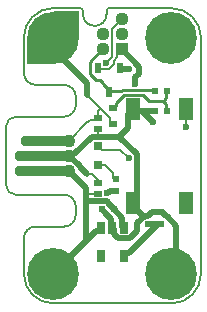
<source format=gtl>
G04*
G04 #@! TF.GenerationSoftware,Altium Limited,Altium Designer,22.4.2 (48)*
G04*
G04 Layer_Physical_Order=1*
G04 Layer_Color=255*
%FSAX26Y26*%
%MOIN*%
G70*
G04*
G04 #@! TF.SameCoordinates,7339E0FC-21CB-4CED-BD79-60AD5129B2FD*
G04*
G04*
G04 #@! TF.FilePolarity,Positive*
G04*
G01*
G75*
%ADD10C,0.005906*%
%ADD12C,0.007874*%
%ADD17R,0.023622X0.035433*%
%ADD19R,0.019685X0.021654*%
%ADD21R,0.019685X0.021654*%
%ADD22R,0.021654X0.019685*%
%ADD23R,0.021654X0.019685*%
%ADD24R,0.027559X0.039370*%
%ADD26R,0.051181X0.074803*%
G04:AMPARAMS|DCode=27|XSize=35.433mil|YSize=188.976mil|CornerRadius=13.819mil|HoleSize=0mil|Usage=FLASHONLY|Rotation=90.000|XOffset=0mil|YOffset=0mil|HoleType=Round|Shape=RoundedRectangle|*
%AMROUNDEDRECTD27*
21,1,0.035433,0.161339,0,0,90.0*
21,1,0.007795,0.188976,0,0,90.0*
1,1,0.027638,0.080669,0.003898*
1,1,0.027638,0.080669,-0.003898*
1,1,0.027638,-0.080669,-0.003898*
1,1,0.027638,-0.080669,0.003898*
%
%ADD27ROUNDEDRECTD27*%
G04:AMPARAMS|DCode=28|XSize=35.433mil|YSize=169.291mil|CornerRadius=13.819mil|HoleSize=0mil|Usage=FLASHONLY|Rotation=90.000|XOffset=0mil|YOffset=0mil|HoleType=Round|Shape=RoundedRectangle|*
%AMROUNDEDRECTD28*
21,1,0.035433,0.141654,0,0,90.0*
21,1,0.007795,0.169291,0,0,90.0*
1,1,0.027638,0.070827,0.003898*
1,1,0.027638,0.070827,-0.003898*
1,1,0.027638,-0.070827,-0.003898*
1,1,0.027638,-0.070827,0.003898*
%
%ADD28ROUNDEDRECTD28*%
%ADD39C,0.043307*%
%ADD44R,0.031496X0.023622*%
%ADD45R,0.027559X0.023622*%
%ADD46R,0.031496X0.031496*%
%ADD47C,0.019685*%
%ADD48C,0.009842*%
%ADD49C,0.173228*%
%ADD50R,0.043701X0.043701*%
%ADD51C,0.043701*%
%ADD52C,0.023622*%
G36*
X-00284070Y00307088D02*
X-00192910Y00307088D01*
X-00110233Y00389765D01*
X-00110233Y00480926D01*
X-00196238Y00480926D01*
X-00284070Y00393094D01*
X-00284070Y00307088D01*
X-00284070Y00307088D02*
G37*
D10*
X-00020669Y00308510D02*
X-00019934Y00308510D01*
X00000000Y00328444D01*
X00000000Y00422835D01*
X00029921Y00452756D01*
D12*
X-00295276Y-00393701D02*
G03*
X-00196850Y-00492126I00098425J00000000D01*
G01*
X-00196850Y-00492126D02*
X00196850Y-00492126D01*
X00196850Y-00492126D02*
G03*
X00295276Y-00393701I00000000J00098425D01*
G01*
X00295293Y-00393700D02*
X00295293Y00393701D01*
X00295276Y00393701D02*
G03*
X00196850Y00492126I-00098425J00000000D01*
G01*
X-00009843Y00492126D01*
X-00009843Y00492126D02*
G03*
X-00019685Y00482284I00000000J-00009842D01*
G01*
X-00019685Y00472442D01*
X-00098425Y00472441D02*
G03*
X-00019685Y00472441I00039370J00000000D01*
G01*
X00031496Y00354331D02*
X00016703Y00339538D01*
X00016703Y00328444D01*
X00004921Y00316661D01*
X00004921Y00304869D01*
X-00012108Y00287840D01*
X-00045714Y00287840D01*
X-00049213Y00291339D01*
X-00038690Y00156332D02*
X-00006682Y00124324D01*
X-00006682Y00113178D01*
X00001181Y00105315D01*
X-00049522Y00094179D02*
X-00049522Y00094179D01*
X-00049522Y00062992D01*
X-00047244Y00032480D02*
X-00046260Y00031496D01*
X-00037401Y00031496D01*
X-00037401Y00022638D01*
X-00035433Y00020669D01*
X00026575Y00020669D01*
X00055118Y-00007874D01*
X00055118Y-00008101D01*
X-00023425Y-00032480D02*
X00001181Y-00057087D01*
X00001181Y-00072835D01*
X00005940Y-00072835D01*
X00011845Y-00078740D01*
X-00049213Y-00080709D02*
X-00067717Y-00062205D01*
X-00083465Y-00062205D01*
X-00087402Y-00125010D02*
X-00086428Y-00125984D01*
X-00049213Y-00125984D01*
X00246063Y00094822D02*
X00246063Y00156496D01*
X-00038690Y00156332D02*
X-00083465Y00201107D01*
X-00122047Y00196850D02*
G03*
X-00161417Y00236220I-00039370J00000000D01*
G01*
X-00255906Y00236220D01*
X-00295276Y00275591D02*
G03*
X-00255906Y00236220I00039370J00000000D01*
G01*
X-00295276Y00274409D02*
X-00295276Y00393701D01*
X-00196850Y00492126D02*
G03*
X-00295276Y00393701I00000000J-00098425D01*
G01*
X-00122047Y00196850D02*
X-00122030Y00169291D01*
X-00161329Y00129921D02*
G03*
X-00121959Y00169291I00000000J00039370D01*
G01*
X-00161417Y00129921D02*
X-00322835Y00129921D01*
X-00322835Y00129921D02*
G03*
X-00354331Y00098425I00000000J-00031496D01*
G01*
X-00354332Y00098425D02*
X-00354332Y-00098425D01*
X-00354331Y-00098425D02*
G03*
X-00322835Y-00129921I00031496J00000000D01*
G01*
X-00322852Y-00129921D02*
X-00161417Y-00129921D01*
X-00122030Y-00169291D02*
G03*
X-00161400Y-00129921I-00039370J00000000D01*
G01*
X-00122030Y-00169291D02*
X-00122047Y-00196850D01*
X-00161417Y-00236220D02*
G03*
X-00122047Y-00196850I00000000J00039370D01*
G01*
X-00161417Y-00236220D02*
X-00255906Y-00236220D01*
X-00255906Y-00236220D02*
G03*
X-00295276Y-00275591I00000000J-00039370D01*
G01*
X-00295276Y-00274409D02*
X-00295276Y-00393701D01*
X-00047244Y-00032480D02*
X-00023425Y-00032480D01*
X-00047244Y00123031D02*
X-00047244Y00147778D01*
X-00040658Y00154364D01*
X-00047244Y00125984D02*
X-00047244Y00123031D01*
X-00049213Y00122047D02*
X-00052165Y00119094D01*
X-00075788Y00119094D01*
X-00082677Y00112205D01*
X-00083465Y00112205D01*
X-00145669Y00050000D01*
X-00196850Y00354331D02*
X-00196850Y00393701D01*
X-00196850Y00492127D02*
X-00108268Y00492126D01*
X-00098425Y00482284D02*
G03*
X-00108268Y00492126I-00009842J00000000D01*
G01*
X-00098425Y00482284D02*
X-00098425Y00472442D01*
D17*
X-00011811Y00212598D02*
D03*
X-00049213Y00291339D02*
D03*
X00025590Y00291339D02*
D03*
D19*
X00141767Y00217352D02*
D03*
X00181137Y00217352D02*
D03*
D21*
X-00035433Y-00177165D02*
D03*
X00003937Y-00177165D02*
D03*
X00181137Y00150423D02*
D03*
X00141767Y00150423D02*
D03*
D22*
X00011845Y-00118110D02*
D03*
X00011845Y-00078740D02*
D03*
D23*
X00163368Y-00226378D02*
D03*
X00163368Y-00187008D02*
D03*
D24*
X-00037401Y-00334646D02*
D03*
X00037402Y-00334646D02*
D03*
X00037402Y-00240157D02*
D03*
X00000000Y-00240157D02*
D03*
X-00037401Y-00240157D02*
D03*
D26*
X00068897Y-00156496D02*
D03*
X00246063Y-00156496D02*
D03*
X00246063Y00156496D02*
D03*
X00068897Y00156496D02*
D03*
D27*
X-00232284Y-00050000D02*
D03*
X-00232284Y00000000D02*
D03*
D28*
X-00222441Y00050000D02*
D03*
D39*
X-00145669Y-00050000D02*
D03*
X-00145669Y00000000D02*
D03*
X-00145669Y00050000D02*
D03*
D44*
X00001181Y00105315D02*
D03*
X00001181Y00160433D02*
D03*
D45*
X-00047244Y-00125984D02*
D03*
X-00047244Y-00090551D02*
D03*
X-00047244Y00090551D02*
D03*
X-00047244Y00125984D02*
D03*
D46*
X-00047244Y-00032480D02*
D03*
X-00047244Y00032480D02*
D03*
D47*
X-00196850Y-00393701D02*
X-00087402Y-00284252D01*
X-00087402Y-00151575D01*
X-00019475Y-00151575D01*
X-00009982Y-00161068D01*
X-00009982Y-00162262D01*
X00003937Y-00176181D01*
X00003937Y-00178150D01*
X00033465Y-00207677D01*
X00033465Y-00236220D01*
X00037402Y-00240157D01*
X00003937Y-00244095D02*
X-00003937Y-00236220D01*
X-00003937Y-00210840D01*
X-00020669Y-00194107D01*
X-00020669Y-00192913D01*
X-00035433Y-00178150D01*
X-00035433Y-00177165D01*
X-00016732Y-00124138D02*
X-00015667Y-00124138D01*
X-00009639Y-00118110D01*
X00011845Y-00118110D01*
X00068897Y-00156496D02*
X00081693Y-00143701D01*
X00081693Y00004134D01*
X00022835Y00062992D01*
X00053149Y00093307D01*
X00053149Y00140748D01*
X00068897Y00156496D01*
X00074970Y00150423D01*
X00103447Y00150423D01*
X00141767Y00150423D01*
X00103447Y00150423D02*
X00103447Y00144585D01*
X00135827Y00112205D01*
X00022835Y00062992D02*
X-00049522Y00062992D01*
X-00069480Y00062992D01*
X-00127953Y00004520D01*
X-00141149Y00004520D01*
X-00145669Y00000000D01*
X-00144167Y00000000D01*
X-00109252Y-00034916D01*
X-00109252Y-00036417D01*
X-00083465Y-00062205D01*
X-00087402Y-00108268D02*
X-00087402Y-00125010D01*
X-00087402Y-00151575D01*
X-00087402Y-00108268D02*
X-00145669Y-00050000D01*
X-00087402Y-00284252D02*
X-00053150Y-00250000D01*
X-00041339Y-00250000D01*
X-00037401Y-00246063D01*
X-00037401Y-00240157D01*
X00003937Y-00244095D02*
X00003937Y-00261037D01*
X00017507Y-00274606D01*
X00057297Y-00274606D01*
X00082200Y-00249703D01*
X00082200Y-00224706D01*
X00107103Y-00199803D01*
X00120061Y-00199803D01*
X00132856Y-00187008D01*
X00164352Y-00187008D01*
X00179116Y-00201772D01*
X00180310Y-00201772D01*
X00211845Y-00233307D01*
X00211845Y-00255152D01*
X00212598Y-00255905D01*
X00211845Y-00256659D01*
X00211845Y-00378706D01*
X00196850Y-00393701D01*
X00163368Y-00226378D02*
X00152541Y-00226378D01*
X00054116Y-00324803D01*
X00041339Y-00324803D01*
X00037402Y-00328740D01*
X00037402Y-00334646D01*
X00152541Y-00226378D02*
X00119929Y-00226378D01*
X00119929Y-00226378D01*
X00118110Y-00226378D01*
X00103748Y-00203158D02*
X00068897Y-00168307D01*
X00075811Y00240158D02*
X00076564Y00240911D01*
X00076564Y00261661D01*
X00088780Y00273877D01*
X00088780Y00294571D01*
X00090018Y00295809D01*
X00031496Y00354331D01*
X00025590Y00291339D02*
X00025590Y00290562D01*
X00027559Y00288593D01*
X00055346Y00288593D01*
X00056099Y00287840D01*
X-00196850Y00354331D02*
X-00083465Y00240945D01*
X-00083465Y00201107D01*
D48*
X-00075788Y00273877D02*
X-00075788Y00312148D01*
X-00033605Y00354331D01*
X-00030504Y00354331D01*
X-00040974Y00251604D02*
X-00032620Y00243250D01*
X-00032620Y00239313D01*
X-00011811Y00218504D01*
X-00011811Y00216535D02*
X00031146Y00216535D01*
X00033115Y00218504D01*
X00140615Y00218504D01*
X00141767Y00217352D01*
X00121863Y00183888D02*
X00165529Y00183888D01*
X00168411Y00181005D01*
X00177692Y00171724D01*
X00177692Y00153868D01*
X00181137Y00150423D01*
X00171294Y00183888D02*
X00171294Y00186840D01*
X00178254Y00193800D01*
X00178254Y00214469D01*
X00181137Y00217352D01*
X00102011Y00203740D02*
X00121863Y00183888D01*
X00102011Y00203740D02*
X00039230Y00203740D01*
X00025927Y00190438D01*
X00025927Y00190438D01*
X00012008Y00176518D01*
X00012008Y00167323D01*
X00005118Y00160433D01*
X00001181Y00160433D01*
X-00011811Y00212598D02*
X-00011811Y00216535D01*
X-00040974Y00251604D02*
X-00053514Y00251604D01*
X-00075788Y00273877D01*
D49*
X-00196850Y-00393701D02*
D03*
X00196850Y-00393701D02*
D03*
X00196850Y00393701D02*
D03*
X-00196850Y00393701D02*
D03*
D50*
X00031496Y00354331D02*
D03*
D51*
X-00030504Y00354331D02*
D03*
X-00030504Y00404331D02*
D03*
X00031496Y00404331D02*
D03*
X00031496Y00454331D02*
D03*
D52*
X-00257874Y00000000D02*
D03*
X-00016732Y-00124138D02*
D03*
X00118110Y-00226378D02*
D03*
X00212598Y-00255905D02*
D03*
X00246063Y00094822D02*
D03*
X00075811Y00240158D02*
D03*
X00056099Y00287840D02*
D03*
X-00020669Y00308510D02*
D03*
X00135827Y00112205D02*
D03*
X00055118Y-00008101D02*
D03*
M02*

</source>
